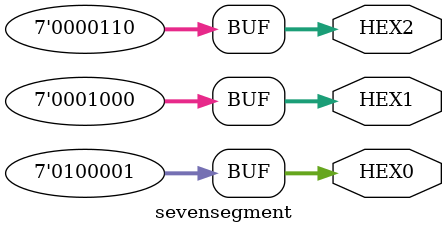
<source format=v>
module sevensegment(HEX0,HEX1,HEX2);
		output [6:0] HEX2, HEX1, HEX0;
		assign HEX0[0] = 1;
		assign HEX0[1] = 0;
		assign HEX0[2] = 0;
		assign HEX0[3] = 0;
		assign HEX0[4] = 0;
		assign HEX0[5] = 1;
		assign HEX0[6] = 0;
		assign HEX1 = 7'b0001000;
		assign HEX2 = 7'b0000110;
endmodule
		

</source>
